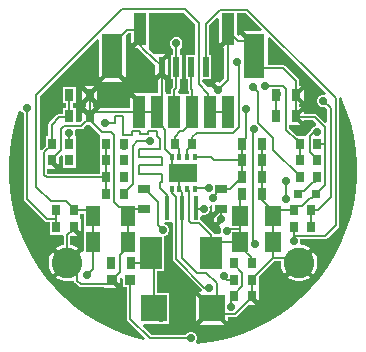
<source format=gtl>
G04*
G04 #@! TF.GenerationSoftware,Altium Limited,Altium Designer,21.4.1 (30)*
G04*
G04 Layer_Physical_Order=1*
G04 Layer_Color=255*
%FSLAX44Y44*%
%MOMM*%
G71*
G04*
G04 #@! TF.SameCoordinates,71B208AC-6886-4E4E-B560-908CB3F589EE*
G04*
G04*
G04 #@! TF.FilePolarity,Positive*
G04*
G01*
G75*
%ADD10C,0.2000*%
%ADD15R,0.7000X0.9000*%
%ADD16R,0.8000X1.0000*%
%ADD17R,1.0000X0.8000*%
%ADD18R,1.1500X1.8200*%
%ADD19R,0.8900X0.9300*%
%ADD20R,0.8000X0.8000*%
%ADD21R,0.3000X0.5250*%
%ADD22R,1.0000X2.7000*%
%ADD23R,0.6000X1.7000*%
%ADD24R,1.0000X2.7000*%
%ADD25R,1.8000X3.8000*%
%ADD26R,0.4000X2.0000*%
%ADD27R,1.3800X1.8200*%
%ADD28R,2.2000X2.3000*%
%ADD29R,1.9050X2.7940*%
%ADD47R,2.4500X1.6500*%
%ADD48C,2.6000*%
%ADD49C,0.7000*%
G36*
X219315Y272318D02*
X218550Y270470D01*
X204146D01*
X214272Y260344D01*
X211443Y257516D01*
X201318Y267642D01*
Y266834D01*
X199551Y266102D01*
X198040Y267341D01*
Y285537D01*
X206096D01*
X219315Y272318D01*
D02*
G37*
G36*
X162601Y276482D02*
Y250200D01*
X154800D01*
Y229800D01*
X156747D01*
Y221329D01*
X156957Y220276D01*
X157553Y219383D01*
X157604Y219332D01*
Y217130D01*
X154058D01*
X153657Y217130D01*
Y217130D01*
X152058D01*
Y217130D01*
X148850D01*
X148417Y219130D01*
X148947Y219660D01*
X149543Y220553D01*
X149753Y221606D01*
Y229800D01*
X151700D01*
Y250200D01*
X149753D01*
Y255354D01*
X149945Y255434D01*
X151408Y256896D01*
X152200Y258808D01*
Y260876D01*
X151408Y262788D01*
X149945Y264250D01*
X148034Y265042D01*
X145966D01*
X144054Y264250D01*
X142592Y262788D01*
X141800Y260876D01*
Y258808D01*
X142592Y256896D01*
X144054Y255434D01*
X144247Y255354D01*
Y250200D01*
X142300D01*
Y229800D01*
X144247D01*
Y222747D01*
X143411Y221911D01*
X142814Y221017D01*
X142605Y219964D01*
Y217130D01*
X138658D01*
X137897Y217970D01*
X137253Y219703D01*
Y228919D01*
X134500Y231672D01*
X131747Y228919D01*
Y217970D01*
X110646D01*
X116772Y211844D01*
X113943Y209016D01*
X107818Y215142D01*
Y204683D01*
X82011D01*
X74914Y197586D01*
X73500Y199000D01*
X72086Y197586D01*
X66960Y202712D01*
Y194354D01*
X65455Y192849D01*
X62200D01*
Y204700D01*
X59253D01*
Y209300D01*
X62200D01*
Y222700D01*
X50800D01*
Y209300D01*
X53747D01*
Y204700D01*
X50800D01*
Y200253D01*
X47992D01*
X47992Y200253D01*
X46939Y200044D01*
X46046Y199447D01*
X39553Y192955D01*
X38957Y192062D01*
X38747Y191008D01*
Y181200D01*
X36300D01*
Y172683D01*
X33201Y169584D01*
X32793Y169612D01*
X31201Y170238D01*
Y215268D01*
X79470Y263536D01*
X81317Y262771D01*
Y230219D01*
X91443Y240344D01*
X92857Y238930D01*
X94271Y240344D01*
X104397Y230219D01*
Y266577D01*
X105998Y268177D01*
X108460D01*
Y258788D01*
X114586Y264914D01*
X117415Y262086D01*
X111289Y255960D01*
X114211D01*
X117610Y252561D01*
X117637Y252543D01*
X117655Y252517D01*
X128960Y241723D01*
Y231789D01*
X133086Y235914D01*
X134500Y234500D01*
X135914Y235914D01*
X140040Y231789D01*
Y248211D01*
X135914Y244086D01*
X133086Y246914D01*
X137212Y251040D01*
X128960D01*
Y251040D01*
X127727Y250513D01*
X123120Y254911D01*
X123540Y255960D01*
X123540D01*
Y285791D01*
X153292D01*
X162601Y276482D01*
D02*
G37*
G36*
X182960Y280805D02*
Y258788D01*
X189086Y264914D01*
X191914Y262086D01*
X185788Y255960D01*
X187747D01*
Y230248D01*
X183988Y226489D01*
X183319Y226766D01*
X180917D01*
X179495Y226177D01*
X183532Y222140D01*
X180704Y219312D01*
X176667Y223349D01*
X176562Y223097D01*
X174230Y222601D01*
X169031Y227800D01*
X169860Y229800D01*
X176700D01*
Y250200D01*
X174753D01*
Y275212D01*
X181112Y281571D01*
X182960Y280805D01*
D02*
G37*
G36*
X274140Y217492D02*
X273008Y215797D01*
X272034Y216200D01*
X269966D01*
X268054Y215408D01*
X266592Y213946D01*
X265800Y212034D01*
Y209966D01*
X266592Y208054D01*
X268054Y206592D01*
X269966Y205800D01*
X272034D01*
X272655Y206057D01*
X274816Y203896D01*
Y193528D01*
X272816Y192699D01*
X266038Y199478D01*
X265144Y200075D01*
X264091Y200284D01*
X255040D01*
Y202711D01*
X250329Y198000D01*
X255040Y193288D01*
Y194778D01*
X262951D01*
X265617Y192112D01*
X265542Y191382D01*
X264971Y189930D01*
X263500Y189320D01*
X262038Y187858D01*
X261335Y186162D01*
X258149Y182976D01*
X257952Y182681D01*
X256700Y181200D01*
X249266D01*
X249175Y181218D01*
X242753Y187640D01*
Y190460D01*
X252212D01*
X247086Y195585D01*
X249500Y198000D01*
X247086Y200414D01*
X252212Y205540D01*
X251253D01*
Y208460D01*
X252212D01*
X247086Y213586D01*
X249500Y216000D01*
X247086Y218414D01*
X252212Y223540D01*
X251253D01*
Y227584D01*
X251044Y228638D01*
X250447Y229531D01*
X239017Y240961D01*
X238124Y241557D01*
X237070Y241767D01*
X224398D01*
Y264622D01*
X226245Y265387D01*
X274140Y217492D01*
D02*
G37*
G36*
X81670Y183009D02*
X82130Y181200D01*
X82130Y181200D01*
Y168800D01*
X82130D01*
Y166867D01*
X82130D01*
Y154467D01*
X82130D01*
Y152533D01*
X82130D01*
Y149057D01*
X38224D01*
X37805Y149476D01*
Y153627D01*
X44712D01*
X40086Y158252D01*
X42914Y161081D01*
X47540Y156455D01*
Y163813D01*
X49300Y165574D01*
X51300Y164745D01*
Y154467D01*
X61700D01*
Y166800D01*
X61700Y166867D01*
Y168800D01*
X61700Y168867D01*
Y181200D01*
X61700D01*
X60967Y182298D01*
X61200Y182862D01*
Y184930D01*
X61029Y185343D01*
X62365Y187343D01*
X66596D01*
X67649Y187553D01*
X68542Y188150D01*
X70853Y190460D01*
X74219D01*
X81670Y183009D01*
D02*
G37*
G36*
X177459Y122567D02*
Y115788D01*
X182585Y120914D01*
X185414Y118086D01*
X179126Y111798D01*
Y109543D01*
X179715Y108121D01*
X183752Y112158D01*
X186580Y109330D01*
X182543Y105293D01*
X183838Y104756D01*
X184010Y104615D01*
X184988Y102704D01*
X184538Y101618D01*
Y99550D01*
X183523Y98030D01*
X179185D01*
X179073Y98589D01*
X178477Y99483D01*
X178477Y99483D01*
X168317Y109643D01*
X167423Y110239D01*
X167106Y110302D01*
Y113114D01*
X169106Y114451D01*
X169146Y114434D01*
X171214D01*
X173126Y115226D01*
X174588Y116688D01*
X175380Y118600D01*
Y120668D01*
X175079Y121394D01*
X176612Y122921D01*
X177459Y122567D01*
D02*
G37*
G36*
X16166Y202032D02*
X17628Y200570D01*
X17821Y200490D01*
Y128426D01*
X18031Y127373D01*
X18627Y126479D01*
X35963Y109144D01*
X36856Y108547D01*
X37909Y108338D01*
X39800D01*
Y97800D01*
X49829D01*
X50255Y97761D01*
X51747Y96707D01*
Y89297D01*
X49967Y88943D01*
X47139Y87771D01*
X44992Y86336D01*
X54500Y76828D01*
X64008Y86336D01*
X61861Y87771D01*
X59033Y88943D01*
X57253Y89297D01*
Y96484D01*
X57729Y96960D01*
X63211D01*
X58586Y101586D01*
X61414Y104414D01*
X66040Y99788D01*
Y111040D01*
X66040D01*
X65200Y112300D01*
Y115747D01*
X68930D01*
Y103100D01*
X68930D01*
Y102200D01*
X68930D01*
Y83975D01*
X66930Y83368D01*
X66837Y83508D01*
X55915Y72586D01*
X44992Y61663D01*
X47139Y60229D01*
X49967Y59057D01*
X52970Y58460D01*
X56031D01*
X58523Y58955D01*
X58707Y58953D01*
X60212Y58236D01*
X60732Y57874D01*
X61329Y56981D01*
X64272Y54038D01*
X65165Y53441D01*
X66219Y53232D01*
X85640D01*
Y52500D01*
X96792D01*
X91216Y58076D01*
X94045Y60904D01*
X99620Y55328D01*
Y61190D01*
X99880Y61364D01*
X101880Y60295D01*
Y53340D01*
X105277D01*
Y26844D01*
X105487Y25790D01*
X106084Y24897D01*
X120280Y10701D01*
X119265Y8888D01*
X112485Y10515D01*
X101465Y14096D01*
X90760Y18530D01*
X80437Y23790D01*
X70557Y29844D01*
X61184Y36655D01*
X52373Y44180D01*
X44180Y52373D01*
X36655Y61184D01*
X29844Y70557D01*
X23790Y80437D01*
X18530Y90760D01*
X14096Y101465D01*
X10515Y112485D01*
X7811Y123751D01*
X5998Y135196D01*
X5089Y146747D01*
X5089Y152540D01*
Y158333D01*
X5998Y169884D01*
X7810Y181328D01*
X10515Y192595D01*
X13766Y202600D01*
X15896Y202683D01*
X16166Y202032D01*
D02*
G37*
G36*
X290984Y203615D02*
X294565Y192595D01*
X297269Y181329D01*
X299082Y169884D01*
X299991Y158333D01*
Y146747D01*
X299082Y135196D01*
X297269Y123751D01*
X294565Y112485D01*
X290984Y101465D01*
X286550Y90760D01*
X281290Y80437D01*
X275236Y70557D01*
X268425Y61184D01*
X260900Y52373D01*
X252707Y44180D01*
X243897Y36655D01*
X234523Y29844D01*
X224643Y23790D01*
X214319Y18530D01*
X203615Y14096D01*
X192595Y10515D01*
X181329Y7811D01*
X169884Y5998D01*
X164842Y5601D01*
X163881Y7469D01*
X164672Y9380D01*
Y11448D01*
X163881Y13360D01*
X162418Y14822D01*
X160507Y15614D01*
X158438D01*
X156527Y14822D01*
X155064Y13360D01*
X154984Y13167D01*
X125600D01*
X118445Y20322D01*
X119210Y22170D01*
X140740D01*
Y48570D01*
X130793D01*
Y66690D01*
X136955D01*
Y96413D01*
X138836Y97192D01*
X140298Y98654D01*
X141090Y100566D01*
Y102634D01*
X140298Y104546D01*
X138836Y106008D01*
X136924Y106800D01*
X137021Y108760D01*
X143106D01*
X143805Y107050D01*
Y77242D01*
X144015Y76189D01*
X144611Y75296D01*
X168497Y51410D01*
X168289Y50321D01*
X167756Y49410D01*
X166328D01*
X178454Y37284D01*
X176540Y35370D01*
X177040Y34870D01*
X178454Y36284D01*
X190580Y24158D01*
Y27877D01*
X196610D01*
X197663Y28087D01*
X198556Y28683D01*
X208553Y38680D01*
X213912D01*
X209286Y43306D01*
X212114Y46134D01*
X216740Y41508D01*
Y52650D01*
Y62837D01*
X229620Y75717D01*
X235107D01*
X235260Y75530D01*
Y72469D01*
X235857Y69467D01*
X237029Y66639D01*
X238463Y64492D01*
X249386Y75414D01*
X260308Y86336D01*
X258161Y87771D01*
X255333Y88943D01*
X252941Y89418D01*
X251500Y91168D01*
Y93236D01*
X252025Y94021D01*
X273050D01*
X274104Y94231D01*
X274997Y94827D01*
X283887Y103717D01*
X283887Y103717D01*
X284483Y104611D01*
X284693Y105664D01*
X284693Y105664D01*
Y213586D01*
X284693Y213586D01*
X286550Y214319D01*
X290984Y203615D01*
D02*
G37*
%LPC*%
G36*
X92857Y236102D02*
X84146Y227390D01*
X101569D01*
X92857Y236102D01*
D02*
G37*
G36*
X77211Y223540D02*
X69788D01*
X73500Y219828D01*
X77211Y223540D01*
D02*
G37*
G36*
X73500Y217000D02*
X72500Y216000D01*
X73500Y215000D01*
X74500Y216000D01*
X73500Y217000D01*
D02*
G37*
G36*
X80040Y220712D02*
X75328Y216000D01*
X80040Y211289D01*
Y220712D01*
D02*
G37*
G36*
X66960Y220712D02*
Y211289D01*
X71672Y216000D01*
X66960Y220712D01*
D02*
G37*
G36*
X73500Y212172D02*
X69788Y208460D01*
X70747D01*
Y205540D01*
X69788D01*
X73500Y201829D01*
X77211Y205540D01*
X76253D01*
Y208460D01*
X77212D01*
X73500Y212172D01*
D02*
G37*
G36*
X255040Y220712D02*
X250329Y216000D01*
X255040Y211289D01*
Y220712D01*
D02*
G37*
G36*
X42164Y83508D02*
X40729Y81361D01*
X39557Y78533D01*
X38960Y75530D01*
Y72469D01*
X39557Y69467D01*
X40729Y66639D01*
X42164Y64492D01*
X51672Y74000D01*
X42164Y83508D01*
D02*
G37*
G36*
X263137D02*
X253629Y74000D01*
X263137Y64492D01*
X264571Y66639D01*
X265743Y69467D01*
X266340Y72469D01*
Y75530D01*
X265743Y78533D01*
X264571Y81361D01*
X263137Y83508D01*
D02*
G37*
G36*
X250800Y71171D02*
X241292Y61663D01*
X243439Y60229D01*
X246267Y59057D01*
X249270Y58460D01*
X252331D01*
X255333Y59057D01*
X258161Y60229D01*
X260308Y61663D01*
X250800Y71171D01*
D02*
G37*
G36*
X163500Y46582D02*
Y24158D01*
X174712Y35370D01*
X163500Y46582D01*
D02*
G37*
G36*
X177040Y32042D02*
X166329Y21330D01*
X187752D01*
X177040Y32042D01*
D02*
G37*
%LPD*%
D10*
X173742Y203546D02*
Y217258D01*
Y203546D02*
X175357Y201930D01*
X154432Y288544D02*
X166000Y276976D01*
Y225000D02*
Y276976D01*
Y225000D02*
X173742Y217258D01*
X124736Y177000D02*
X124936Y176800D01*
X114000Y177000D02*
X124736D01*
X159500Y221329D02*
Y235000D01*
Y221329D02*
X160357Y220472D01*
Y214000D02*
Y220472D01*
X133350Y140000D02*
Y142274D01*
X135063D01*
Y149354D01*
X115351D02*
X135063D01*
X115351D02*
Y156434D01*
X135063D01*
Y163514D01*
X115351D02*
X135063D01*
X115351D02*
Y170594D01*
X133460D01*
Y177674D01*
X133350D02*
X133460D01*
X133350D02*
Y178674D01*
Y178816D01*
X132124Y180042D02*
X133350Y178816D01*
X130440Y181726D02*
X132124Y180042D01*
X130440Y181726D02*
Y185730D01*
X123360D02*
X130440D01*
X123360Y183200D02*
Y185730D01*
X116280Y183200D02*
X123360D01*
X116280D02*
Y185730D01*
X109200D02*
X116280D01*
X109200Y182200D02*
Y185730D01*
X102120Y182200D02*
X109200D01*
X102120D02*
Y198230D01*
X95040D02*
X102120D01*
X95040Y192786D02*
Y198230D01*
X94040Y192786D02*
X95040D01*
X86360D02*
X94040D01*
X84168Y184404D02*
X91440D01*
X94000Y125710D02*
Y181844D01*
X73500Y197000D02*
Y197000D01*
X91440Y184404D02*
X94000Y181844D01*
X110000Y173000D02*
X114000Y177000D01*
X110000Y140670D02*
Y173000D01*
X133350Y137160D02*
Y140000D01*
X70500Y194000D02*
X73500Y197000D01*
X246330Y78470D02*
X250800Y74000D01*
X228480Y78470D02*
X246330D01*
X180999Y133500D02*
X183999Y136500D01*
X180999Y132196D02*
Y133500D01*
X178454Y128524D02*
Y129650D01*
X183999Y136500D02*
X192367D01*
X178454Y129650D02*
X180999Y132196D01*
X201100Y102721D02*
Y113900D01*
X190466Y100584D02*
X192603Y102721D01*
X201100Y91400D02*
Y102721D01*
X189738Y100584D02*
X190466D01*
X192603Y102721D02*
X201100D01*
X211760Y92869D02*
Y186989D01*
X212414Y187642D01*
X213360Y89916D02*
Y91269D01*
X211760Y92869D02*
X213360Y91269D01*
X248969Y197531D02*
X264091D01*
X272796Y188826D01*
X248500Y198000D02*
X248969Y197531D01*
X248500Y198000D02*
Y216000D01*
X277569Y129487D02*
Y205036D01*
X272288Y124206D02*
X277569Y129487D01*
X271605Y211000D02*
X277569Y205036D01*
X281940Y105664D02*
Y213586D01*
X207236Y288290D02*
X281940Y213586D01*
X273050Y96774D02*
X281940Y105664D01*
X231500Y216000D02*
Y216500D01*
Y198000D02*
Y216000D01*
Y216500D02*
X232000Y217000D01*
X231000Y198000D02*
X231500D01*
X231000Y198000D02*
X231000Y198000D01*
X212240Y223012D02*
Y223200D01*
X159500Y235000D02*
Y240000D01*
X160357Y201930D02*
Y214000D01*
X147000Y221606D02*
Y240000D01*
X145358Y219964D02*
X147000Y221606D01*
X145358Y201930D02*
Y219964D01*
X120000Y136500D02*
X121000D01*
X124000Y132998D02*
Y133500D01*
X131826Y105664D02*
Y125172D01*
X124000Y132998D02*
X131826Y125172D01*
X121000Y136500D02*
X124000Y133500D01*
X250000Y132250D02*
X252913Y135163D01*
X255330D02*
X263000Y142833D01*
X252913Y135163D02*
X255330D01*
X106080Y91400D02*
Y114750D01*
X94000Y125710D02*
X98502Y121208D01*
X106080Y114750D02*
Y116458D01*
X98502Y121208D02*
X101330D01*
X106080Y116458D01*
X198120Y242995D02*
X200000Y241115D01*
X194825Y184000D02*
X200000Y189175D01*
X198120Y242995D02*
Y244348D01*
X200000Y189175D02*
Y241115D01*
X206213Y180013D02*
Y203895D01*
X229108Y169712D02*
Y179716D01*
X216304Y192520D02*
Y218948D01*
X202200Y176000D02*
X206213Y180013D01*
X202200Y160667D02*
Y176000D01*
X216304Y192520D02*
X229108Y179716D01*
X164160Y184000D02*
X194825D01*
X160500Y180340D02*
X164160Y184000D01*
X160500Y175000D02*
Y180340D01*
X145500Y180806D02*
X150368Y185674D01*
X152674D02*
X156357Y189357D01*
X150368Y185674D02*
X152674D01*
X145500Y175000D02*
Y180806D01*
X140208Y167640D02*
X142308Y165540D01*
X140208Y167640D02*
X140208D01*
X142457Y165540D02*
X142957Y165040D01*
X142308Y165540D02*
X142457D01*
X137160Y170688D02*
X140208Y167640D01*
X142957Y150290D02*
Y165040D01*
X130357Y193430D02*
Y201930D01*
Y193430D02*
X134357Y189430D01*
X134475D01*
X137160Y186745D01*
Y170688D02*
Y186745D01*
X156357Y197930D02*
X160357Y201930D01*
X156357Y189357D02*
Y197930D01*
X56500Y197500D02*
Y216000D01*
X47992Y197500D02*
X56500D01*
X40640Y126238D02*
X53262D01*
X60000Y119500D01*
Y118500D02*
Y119500D01*
X45000Y111091D02*
Y118500D01*
X20574Y128426D02*
X37909Y111091D01*
X45000D01*
X20574Y128426D02*
Y204978D01*
X45000Y104000D02*
Y111091D01*
X28448Y138430D02*
X40640Y126238D01*
X28448Y138430D02*
Y216408D01*
X57376Y100500D02*
X57500D01*
X60000Y103000D02*
Y104000D01*
X54500Y74000D02*
Y97624D01*
X57376Y100500D01*
X57500D02*
X60000Y103000D01*
X88064Y56040D02*
X89180D01*
X66219Y55985D02*
X88009D01*
X88064Y56040D01*
X89180D02*
X92630Y59490D01*
Y59890D01*
X108830Y73660D02*
X117205D01*
X124905Y81360D02*
Y82360D01*
X117205Y73660D02*
X124905Y81360D01*
X125370Y82000D02*
X125730Y82360D01*
X128040Y35370D02*
Y80050D01*
X125000Y82000D02*
X125370D01*
X125730Y82360D02*
X128040Y80050D01*
X193294Y43314D02*
X195700Y45720D01*
X193294Y36830D02*
Y43314D01*
X187198Y62802D02*
Y63246D01*
X190310Y59690D02*
X195700D01*
X187198Y62802D02*
X190310Y59690D01*
X228480Y78470D02*
Y91400D01*
X210700Y59690D02*
Y60690D01*
X228480Y78470D01*
X240000Y186500D02*
Y221010D01*
X237236Y223774D02*
X240000Y221010D01*
Y186500D02*
X248000Y178500D01*
X251500Y175000D02*
Y176000D01*
X249000Y178500D02*
X251500Y176000D01*
X248000Y178500D02*
X249000D01*
X37084Y146304D02*
X87330D01*
X260096Y167948D02*
Y181029D01*
X264536Y185469D01*
X265093Y184912D02*
X266446D01*
X266547Y118465D02*
X272288Y124206D01*
X263976Y118465D02*
X266547D01*
X261301Y104000D02*
Y118500D01*
X272796Y175000D02*
Y188826D01*
Y140046D02*
Y175000D01*
X272796Y175000D02*
X272796Y175000D01*
X266500Y175000D02*
X272796D01*
X262000Y129250D02*
X265000Y132250D01*
X272796Y140046D01*
X252982Y122000D02*
X256532Y125550D01*
X248800Y122000D02*
X252982D01*
X260232Y129250D02*
X262000D01*
X256532Y125550D02*
X260232Y129250D01*
X246300Y119500D02*
X248800Y122000D01*
X246300Y118500D02*
Y119500D01*
X263000Y142833D02*
X264000D01*
X266500Y145333D02*
Y146334D01*
X264000Y142833D02*
X266500Y145333D01*
X271000Y211000D02*
X271605D01*
X207236Y288290D02*
X207236D01*
X207236Y288290D02*
X207236Y288290D01*
X183938Y288290D02*
X207236D01*
X70500Y194000D02*
X70500D01*
X66596Y190096D02*
X70500Y194000D01*
X76500Y201930D02*
X115358D01*
X56000Y175500D02*
X56500Y175000D01*
X56000Y175500D02*
Y183896D01*
X87330Y146304D02*
Y146333D01*
Y132000D02*
Y146304D01*
X246300Y96774D02*
Y104000D01*
Y92202D02*
Y96774D01*
X155957Y135636D02*
X157480D01*
X176530Y82875D02*
Y97536D01*
X162457Y137160D02*
X174498D01*
X212858Y239014D02*
X237070D01*
X199618Y261812D02*
X212858D01*
X190500Y229108D02*
Y270930D01*
X185166Y110744D02*
Y119500D01*
X179810Y30630D02*
Y35370D01*
X104857Y270930D02*
X116000D01*
X73500Y199135D02*
Y216000D01*
Y197000D02*
Y198930D01*
Y195072D02*
Y197000D01*
X163406Y119634D02*
X170180D01*
X251500Y160667D02*
Y174752D01*
X192367Y136500D02*
X202200Y146334D01*
X116000Y258064D02*
Y270930D01*
Y258064D02*
X119556Y254508D01*
X134500Y240240D01*
Y240000D02*
Y240240D01*
X92857Y248930D02*
Y258930D01*
X104857Y270930D01*
X116000D02*
Y272000D01*
X182118Y220726D02*
X190500Y229108D01*
X151406Y78210D02*
Y120460D01*
Y78210D02*
X164084Y65532D01*
X172466D01*
X181102Y56896D01*
Y43178D02*
Y56896D01*
X177040Y39116D02*
X181102Y43178D01*
X177040Y35370D02*
Y39116D01*
X108030Y26844D02*
Y59690D01*
Y26844D02*
X124460Y10414D01*
X159472D01*
X163406Y119634D02*
Y120460D01*
X76380Y69014D02*
Y91400D01*
X71120Y63754D02*
X76380Y69014D01*
X170714Y53086D02*
X174752D01*
X146558Y77242D02*
X170714Y53086D01*
X146558Y77242D02*
Y129495D01*
X142957Y133096D02*
X146558Y129495D01*
X142957Y133096D02*
Y136665D01*
X184999Y119500D02*
X185166D01*
X162457Y136665D02*
Y137160D01*
X240030Y128016D02*
Y143256D01*
X251500Y146334D02*
Y147320D01*
X229108Y169712D02*
X251500Y147320D01*
X212240Y223012D02*
X216304Y218948D01*
X147000Y240000D02*
Y259842D01*
X160500Y174000D02*
Y175000D01*
X155957Y169458D02*
X160500Y174000D01*
X155957Y163915D02*
Y169458D01*
X162457Y163915D02*
X175983D01*
X179231Y160667D01*
X202200D01*
X63275Y58928D02*
X66219Y55985D01*
X63275Y58928D02*
Y65225D01*
X54500Y74000D02*
X63275Y65225D01*
X145500Y174448D02*
Y175000D01*
Y174448D02*
X149458Y170490D01*
Y163915D02*
Y170490D01*
X177040Y35370D02*
X179810D01*
Y30630D02*
X196610D01*
X210700Y44720D01*
Y45720D01*
X260096Y167948D02*
X266500Y161544D01*
Y160667D02*
Y161544D01*
X212858Y239014D02*
Y248930D01*
X237070Y239014D02*
X248500Y227584D01*
Y216000D02*
Y227584D01*
X222389Y223774D02*
X237236D01*
X131826Y105664D02*
X135890Y101600D01*
X100584Y288544D02*
X154432D01*
X28448Y216408D02*
X100584Y288544D01*
X102331Y133000D02*
X110000Y140670D01*
X102331Y132000D02*
Y133000D01*
X190500Y270930D02*
Y272000D01*
Y270930D02*
X199618Y261812D01*
X212858Y248930D02*
Y261812D01*
X246300Y96774D02*
X273050D01*
X172000Y276352D02*
X183938Y288290D01*
X172000Y240000D02*
Y276352D01*
X139406Y120460D02*
Y131104D01*
X133350Y137160D02*
X139406Y131104D01*
X73500Y195072D02*
X84168Y184404D01*
X155957Y135636D02*
Y136665D01*
X157480Y109728D02*
Y135636D01*
Y109728D02*
X159512Y107696D01*
X166370D01*
X176530Y97536D01*
X35052Y148336D02*
X37084Y146304D01*
X35052Y148336D02*
Y167542D01*
X41500Y173990D01*
Y175000D01*
Y160667D02*
Y161667D01*
X49000Y169167D01*
Y186944D01*
X52152Y190096D01*
X66596D01*
X73500Y198930D02*
X76500Y201930D01*
X41500Y175000D02*
Y191008D01*
X47992Y197500D01*
X142957Y150290D02*
X152707D01*
X201100Y87324D02*
Y91400D01*
Y87324D02*
X210700Y77724D01*
Y73660D02*
Y77724D01*
X219200Y127390D02*
Y132000D01*
Y127390D02*
X228480Y118110D01*
Y113900D02*
Y118110D01*
X87330Y146333D02*
Y160667D01*
Y175000D01*
X202200Y146334D02*
Y160667D01*
X176530Y82360D02*
Y82875D01*
X185055Y91400D01*
X201100D01*
Y113900D02*
Y130900D01*
X202200Y132000D01*
X195700Y45720D02*
X195732Y45801D01*
Y46752D01*
X203000Y54020D01*
Y65360D01*
X195700Y72660D02*
X203000Y65360D01*
X195700Y72660D02*
Y73660D01*
X115358Y201930D02*
X130357D01*
Y210430D01*
X134500Y214573D01*
Y240000D01*
X210700Y45720D02*
Y59690D01*
X92630Y59890D02*
X99000Y66260D01*
Y80970D01*
X106080Y88050D01*
Y91400D01*
Y114750D02*
X110830Y119500D01*
X120000D01*
X151406Y120460D02*
Y133592D01*
X149458Y135540D02*
X151406Y133592D01*
X149458Y135540D02*
Y136665D01*
Y147041D01*
X152707Y150290D01*
X219200Y132000D02*
Y146334D01*
Y160667D01*
Y175000D01*
X228480Y91400D02*
Y113900D01*
X233080Y118500D01*
X246300D01*
X175357Y201930D02*
X190358D01*
X76380Y91400D02*
Y113900D01*
X71780Y118500D02*
X76380Y113900D01*
X60000Y118500D02*
X71780D01*
D15*
X160500Y175000D02*
D03*
X145500D02*
D03*
X102331Y132000D02*
D03*
X87330D02*
D03*
X102331Y175000D02*
D03*
X87330D02*
D03*
X102331Y160667D02*
D03*
X87330D02*
D03*
X210700Y45720D02*
D03*
X195700D02*
D03*
X246300Y104000D02*
D03*
X261301D02*
D03*
X45000D02*
D03*
X60000D02*
D03*
X266500Y146334D02*
D03*
X251500D02*
D03*
X56500Y160667D02*
D03*
X41500D02*
D03*
X56500Y175000D02*
D03*
X41500D02*
D03*
X87330Y146333D02*
D03*
X102331D02*
D03*
X266500Y160667D02*
D03*
X251500D02*
D03*
Y175000D02*
D03*
X266500D02*
D03*
X261301Y118500D02*
D03*
X246300D02*
D03*
X60000D02*
D03*
X45000D02*
D03*
X195700Y73660D02*
D03*
X210700D02*
D03*
Y59690D02*
D03*
X195700D02*
D03*
D16*
X231500Y216000D02*
D03*
X248500D02*
D03*
X231500Y198000D02*
D03*
X248500D02*
D03*
X56500Y216000D02*
D03*
X73500D02*
D03*
X56500Y198000D02*
D03*
X73500D02*
D03*
X91830Y73660D02*
D03*
X108830D02*
D03*
X219200Y132000D02*
D03*
X202200D02*
D03*
X219200Y146334D02*
D03*
X202200D02*
D03*
Y160667D02*
D03*
X219200D02*
D03*
X202200Y175000D02*
D03*
X219200D02*
D03*
D17*
X120000Y136500D02*
D03*
Y119500D02*
D03*
X184999Y136500D02*
D03*
Y119500D02*
D03*
D18*
X106080Y91400D02*
D03*
X76380D02*
D03*
X106080Y113900D02*
D03*
X76380D02*
D03*
D19*
X108030Y59690D02*
D03*
X92630D02*
D03*
D20*
X265000Y132250D02*
D03*
X250000D02*
D03*
D21*
X149458Y163915D02*
D03*
X155957D02*
D03*
X142957D02*
D03*
X162457D02*
D03*
X142957Y136665D02*
D03*
X149458D02*
D03*
X155957D02*
D03*
X162457D02*
D03*
D22*
X190500Y272000D02*
D03*
X116000D02*
D03*
D23*
X159500Y240000D02*
D03*
X172000D02*
D03*
X147000D02*
D03*
X134500D02*
D03*
D24*
X190358Y201930D02*
D03*
X175357D02*
D03*
X160357D02*
D03*
X145358D02*
D03*
X130357D02*
D03*
X115358D02*
D03*
D25*
X212858Y248930D02*
D03*
X92857D02*
D03*
D26*
X163406Y120460D02*
D03*
X151406D02*
D03*
X139406D02*
D03*
D27*
X201100Y113900D02*
D03*
X228480D02*
D03*
X201100Y91400D02*
D03*
X228480D02*
D03*
D28*
X177040Y35370D02*
D03*
X128040D02*
D03*
D29*
X125730Y82360D02*
D03*
X176530D02*
D03*
D47*
X152707Y150290D02*
D03*
D48*
X250800Y74000D02*
D03*
X54500D02*
D03*
D49*
X273000Y84000D02*
D03*
X259000Y224000D02*
D03*
Y56000D02*
D03*
X238000Y42000D02*
D03*
X231000Y252000D02*
D03*
Y56000D02*
D03*
X224000Y42000D02*
D03*
X217000Y28000D02*
D03*
X203000D02*
D03*
X182000Y14000D02*
D03*
X140000Y266000D02*
D03*
X112000Y238000D02*
D03*
X119000Y224000D02*
D03*
X105000D02*
D03*
X77000Y252000D02*
D03*
X70000Y238000D02*
D03*
Y42000D02*
D03*
X35000Y196000D02*
D03*
X28000Y98000D02*
D03*
X35000Y84000D02*
D03*
X14000Y182000D02*
D03*
Y154000D02*
D03*
Y126000D02*
D03*
X21000Y112000D02*
D03*
X124936Y176800D02*
D03*
X102331Y173100D02*
D03*
X56500Y160667D02*
D03*
X102331Y132000D02*
D03*
X91830Y73660D02*
D03*
X213360Y89916D02*
D03*
X185166Y110744D02*
D03*
X71120Y63754D02*
D03*
X102331Y160667D02*
D03*
X125000Y82000D02*
D03*
X102331Y146333D02*
D03*
X271000Y211000D02*
D03*
X240030Y128016D02*
D03*
X174498Y137160D02*
D03*
X240030Y143256D02*
D03*
X198120Y244348D02*
D03*
X147000Y259842D02*
D03*
X231000Y198000D02*
D03*
X193294Y36830D02*
D03*
X222389Y223774D02*
D03*
X189738Y100584D02*
D03*
X246300Y92202D02*
D03*
X266446Y184912D02*
D03*
X135890Y101600D02*
D03*
X86360Y192786D02*
D03*
X206213Y203895D02*
D03*
X212240Y223200D02*
D03*
X174752Y53086D02*
D03*
X56000Y183896D02*
D03*
X170180Y119634D02*
D03*
X20574Y204978D02*
D03*
X56500Y198000D02*
D03*
X187198Y63246D02*
D03*
X182118Y220726D02*
D03*
X134072Y27440D02*
D03*
X159472Y10414D02*
D03*
X178454Y128524D02*
D03*
X232000Y217000D02*
D03*
X212414Y187642D02*
D03*
M02*

</source>
